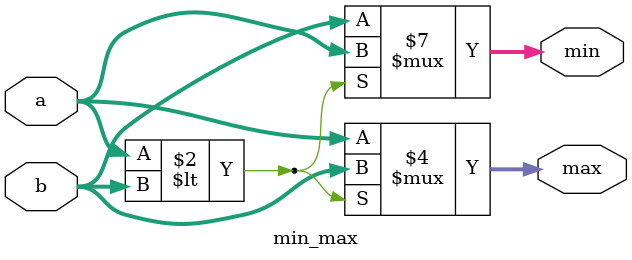
<source format=v>
module min_max (
    input [7:0] a,
    input [7:0] b,
    output reg [7:0] min,
    output reg [7:0] max
);

    always @(*) begin
        if (a < b) begin
            min = a;
            max = b;
        end else begin
            min = b;
            max = a;
        end
    end
endmodule

</source>
